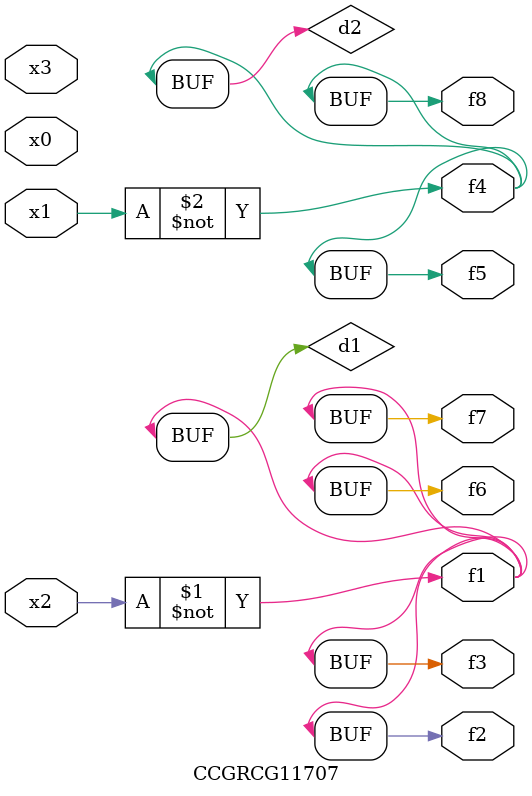
<source format=v>
module CCGRCG11707(
	input x0, x1, x2, x3,
	output f1, f2, f3, f4, f5, f6, f7, f8
);

	wire d1, d2;

	xnor (d1, x2);
	not (d2, x1);
	assign f1 = d1;
	assign f2 = d1;
	assign f3 = d1;
	assign f4 = d2;
	assign f5 = d2;
	assign f6 = d1;
	assign f7 = d1;
	assign f8 = d2;
endmodule

</source>
